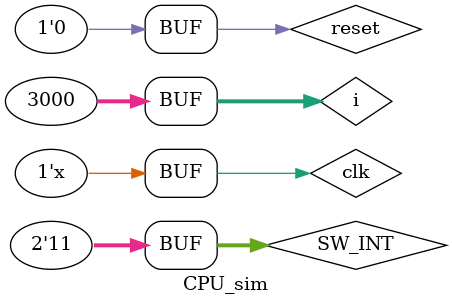
<source format=v>
`timescale 1ns / 1ps


module CPU_sim;
	// Inputs
	reg clk;
	reg reset;
	reg [1:0] SW_INT;

	// Instantiate the Unit Under Test (UUT)
	CPU uut (
		.clk(clk), 
		.reset(reset),
		.SW_INT(SW_INT)
	);

	initial begin
		// Initialize Inputs
		clk = 1;
		reset=1;
		SW_INT=2'b00;
		#15;
		reset=0;
	end
	
	integer i;
	always@*begin
		for(i =0;i<3000;i=i+1) begin
			clk = ~clk;
			#10;
			if(i == 226)
				SW_INT = 2'b01;
			if(i == 242)
				SW_INT = 2'b11;
			if(i == 246)
				SW_INT = 2'b01;
			if(i == 260)
				SW_INT = 2'b11;
		end
	end
endmodule


</source>
